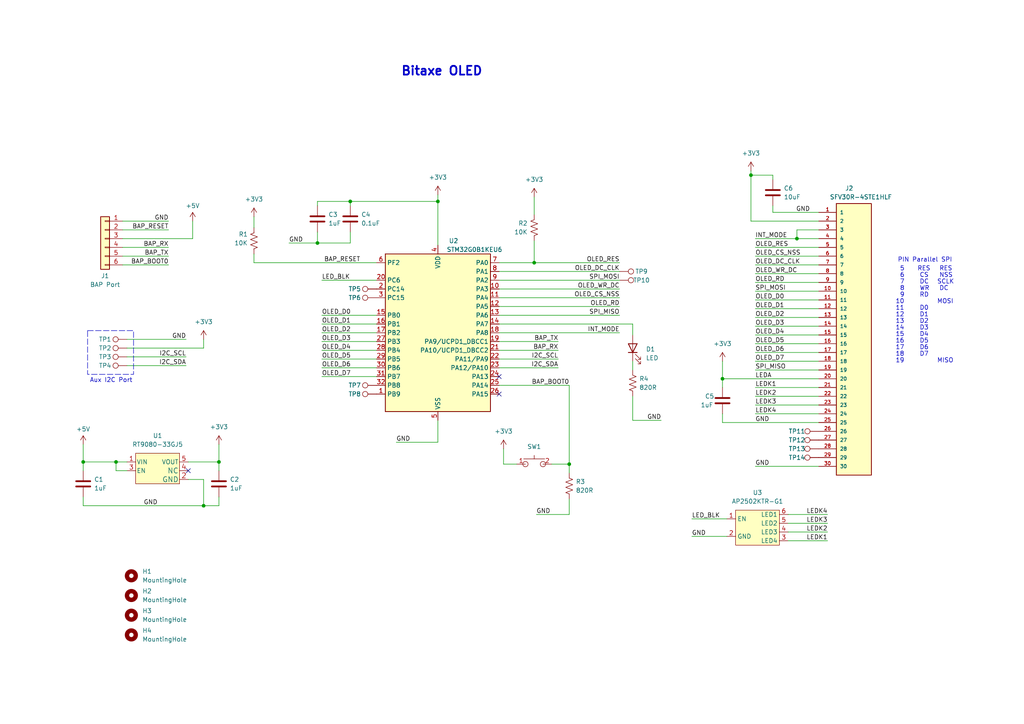
<source format=kicad_sch>
(kicad_sch (version 20230121) (generator eeschema)
  (paper "A4")
  (title_block (title "Bitaxe OLED") (date "2024-03-17") (rev "1"))
  (lib_symbols
    (symbol "Connector_Generic:Conn_01x06" (pin_names (offset 1.016) hide)
      (property "Reference" "J" (at 0 7.62 0))
      (property "Value" "Conn_01x06" (at 0 -10.16 0))
      (symbol "Conn_01x06_1_1"
        (rectangle (start -1.27 -7.493) (end 0 -7.747) (stroke (width 0.1524)))
        (rectangle (start -1.27 -4.953) (end 0 -5.207) (stroke (width 0.1524)))
        (rectangle (start -1.27 -2.413) (end 0 -2.667) (stroke (width 0.1524)))
        (rectangle (start -1.27 0.127) (end 0 -0.127) (stroke (width 0.1524)))
        (rectangle (start -1.27 2.667) (end 0 2.413) (stroke (width 0.1524)))
        (rectangle (start -1.27 5.207) (end 0 4.953) (stroke (width 0.1524)))
        (rectangle (start -1.27 6.35) (end 1.27 -8.89) (stroke (width 0.254)) (fill (type background)))
        (pin passive line (at -5.08 5.08 0) (length 3.81) (name "Pin_1") (number "1"))
        (pin passive line (at -5.08 2.54 0) (length 3.81) (name "Pin_2") (number "2"))
        (pin passive line (at -5.08 0 0) (length 3.81) (name "Pin_3") (number "3"))
        (pin passive line (at -5.08 -2.54 0) (length 3.81) (name "Pin_4") (number "4"))
        (pin passive line (at -5.08 -5.08 0) (length 3.81) (name "Pin_5") (number "5"))
        (pin passive line (at -5.08 -7.62 0) (length 3.81) (name "Pin_6") (number "6"))
      )
    )
    (symbol "Device:C" (pin_numbers hide) (pin_names (offset 0.254))
      (property "Reference" "C" (at 0.635 2.54 0))
      (property "Value" "C" (at 0.635 -2.54 0))
      (symbol "C_0_1"
        (polyline (pts (xy -2.032 -0.762) (xy 2.032 -0.762)) (stroke (width 0.508)))
        (polyline (pts (xy -2.032 0.762) (xy 2.032 0.762)) (stroke (width 0.508)))
      )
      (symbol "C_1_1"
        (pin passive line (at 0 3.81 270) (length 2.794) (name "~") (number "1"))
        (pin passive line (at 0 -3.81 90) (length 2.794) (name "~") (number "2"))
      )
    )
    (symbol "Device:LED" (pin_numbers hide) (pin_names (offset 1.016) hide)
      (property "Reference" "D" (at 0 2.54 0))
      (property "Value" "LED" (at 0 -2.54 0))
      (symbol "LED_0_1"
        (polyline (pts (xy -1.27 -1.27) (xy -1.27 1.27)) (stroke (width 0.254)))
        (polyline (pts (xy -1.27 0) (xy 1.27 0)))
        (polyline (pts (xy 1.27 -1.27) (xy 1.27 1.27) (xy -1.27 0) (xy 1.27 -1.27)) (stroke (width 0.254)))
        (polyline (pts (xy -3.048 -0.762) (xy -4.572 -2.286) (xy -3.81 -2.286) (xy -4.572 -2.286) (xy -4.572 -1.524)))
        (polyline (pts (xy -1.778 -0.762) (xy -3.302 -2.286) (xy -2.54 -2.286) (xy -3.302 -2.286) (xy -3.302 -1.524)))
      )
      (symbol "LED_1_1"
        (pin passive line (at -3.81 0 0) (length 2.54) (name "K") (number "1"))
        (pin passive line (at 3.81 0 180) (length 2.54) (name "A") (number "2"))
      )
    )
    (symbol "Device:R_US" (pin_numbers hide) (pin_names (offset 0))
      (property "Reference" "R" (at 2.54 0 90))
      (property "Value" "R_US" (at -2.54 0 90))
      (symbol "R_US_0_1"
        (polyline (pts (xy 0 -2.286) (xy 0 -2.54)))
        (polyline (pts (xy 0 2.286) (xy 0 2.54)))
        (polyline (pts (xy 0 -0.762) (xy 1.016 -1.143) (xy 0 -1.524) (xy -1.016 -1.905) (xy 0 -2.286)))
        (polyline (pts (xy 0 0.762) (xy 1.016 0.381) (xy 0 0) (xy -1.016 -0.381) (xy 0 -0.762)))
        (polyline (pts (xy 0 2.286) (xy 1.016 1.905) (xy 0 1.524) (xy -1.016 1.143) (xy 0 0.762)))
      )
      (symbol "R_US_1_1"
        (pin passive line (at 0 3.81 270) (length 1.27) (name "~") (number "1"))
        (pin passive line (at 0 -3.81 90) (length 1.27) (name "~") (number "2"))
      )
    )
    (symbol "MCU_ST_STM32G0:STM32G0B1KEUx"
      (property "Reference" "U" (at -15.24 24.13 0))
      (property "Value" "STM32G0B1KEUx" (at 2.54 24.13 0))
      (symbol "STM32G0B1KEUx_0_1"
        (rectangle (start -15.24 -22.86) (end 15.24 22.86) (stroke (width 0.254)) (fill (type background)))
      )
      (symbol "STM32G0B1KEUx_1_1"
        (pin bidirectional line (at -17.78 -17.78 0) (length 2.54) (name "PB9") (number "1"))
        (pin bidirectional line (at 17.78 12.7 180) (length 2.54) (name "PA3") (number "10"))
        (pin bidirectional line (at 17.78 10.16 180) (length 2.54) (name "PA4") (number "11"))
        (pin bidirectional line (at 17.78 7.62 180) (length 2.54) (name "PA5") (number "12"))
        (pin bidirectional line (at 17.78 5.08 180) (length 2.54) (name "PA6") (number "13"))
        (pin bidirectional line (at 17.78 2.54 180) (length 2.54) (name "PA7") (number "14"))
        (pin bidirectional line (at -17.78 5.08 0) (length 2.54) (name "PB0") (number "15"))
        (pin bidirectional line (at -17.78 2.54 0) (length 2.54) (name "PB1") (number "16"))
        (pin bidirectional line (at -17.78 0 0) (length 2.54) (name "PB2") (number "17"))
        (pin bidirectional line (at 17.78 0 180) (length 2.54) (name "PA8") (number "18"))
        (pin bidirectional line (at 17.78 -2.54 180) (length 2.54) (name "PA9/UCPD1_DBCC1") (number "19"))
        (pin bidirectional line (at -17.78 12.7 0) (length 2.54) (name "PC14") (number "2"))
        (pin bidirectional line (at -17.78 15.24 0) (length 2.54) (name "PC6") (number "20"))
        (pin bidirectional line (at 17.78 -5.08 180) (length 2.54) (name "PA10/UCPD1_DBCC2") (number "21"))
        (pin bidirectional line (at 17.78 -7.62 180) (length 2.54) (name "PA11/PA9") (number "22"))
        (pin bidirectional line (at 17.78 -10.16 180) (length 2.54) (name "PA12/PA10") (number "23"))
        (pin bidirectional line (at 17.78 -12.7 180) (length 2.54) (name "PA13") (number "24"))
        (pin bidirectional line (at 17.78 -15.24 180) (length 2.54) (name "PA14") (number "25"))
        (pin bidirectional line (at 17.78 -17.78 180) (length 2.54) (name "PA15") (number "26"))
        (pin bidirectional line (at -17.78 -2.54 0) (length 2.54) (name "PB3") (number "27"))
        (pin bidirectional line (at -17.78 -5.08 0) (length 2.54) (name "PB4") (number "28"))
        (pin bidirectional line (at -17.78 -7.62 0) (length 2.54) (name "PB5") (number "29"))
        (pin bidirectional line (at -17.78 10.16 0) (length 2.54) (name "PC15") (number "3"))
        (pin bidirectional line (at -17.78 -10.16 0) (length 2.54) (name "PB6") (number "30"))
        (pin bidirectional line (at -17.78 -12.7 0) (length 2.54) (name "PB7") (number "31"))
        (pin bidirectional line (at -17.78 -15.24 0) (length 2.54) (name "PB8") (number "32"))
        (pin passive line (at 0 -25.4 90) (length 2.54) hide (name "VSS") (number "33"))
        (pin power_in line (at 0 25.4 270) (length 2.54) (name "VDD") (number "4"))
        (pin power_in line (at 0 -25.4 90) (length 2.54) (name "VSS") (number "5"))
        (pin bidirectional line (at -17.78 20.32 0) (length 2.54) (name "PF2") (number "6"))
        (pin bidirectional line (at 17.78 20.32 180) (length 2.54) (name "PA0") (number "7"))
        (pin bidirectional line (at 17.78 17.78 180) (length 2.54) (name "PA1") (number "8"))
        (pin bidirectional line (at 17.78 15.24 180) (length 2.54) (name "PA2") (number "9"))
      )
    )
    (symbol "Mechanical:MountingHole" (pin_names (offset 1.016))
      (property "Reference" "H" (at 0 5.08 0))
      (property "Value" "MountingHole" (at 0 3.175 0))
      (symbol "MountingHole_0_1"
        (circle (center 0 0) (radius 1.27) (stroke (width 1.27)))
      )
    )
    (symbol "bitaxe:AP2502KTR-G1"
      (property "Reference" "U" (at -1.27 6.35 0))
      (property "Value" "AP2502KTR-G1" (at 0 -6.35 0))
      (symbol "AP2502KTR-G1_0_1"
        (rectangle (start -6.35 5.08) (end 6.35 -5.08) (stroke (width 0.1524)) (fill (type background)))
      )
      (symbol "AP2502KTR-G1_1_1"
        (pin input line (at -8.89 2.54 0) (length 2.54) (name "EN") (number "1"))
        (pin power_in line (at -8.89 -2.54 0) (length 2.54) (name "GND") (number "2"))
        (pin input line (at 8.89 -3.81 180) (length 2.54) (name "LED4") (number "3"))
        (pin input line (at 8.89 -1.27 180) (length 2.54) (name "LED3") (number "4"))
        (pin input line (at 8.89 1.27 180) (length 2.54) (name "LED2") (number "5"))
        (pin input line (at 8.89 3.81 180) (length 2.54) (name "LED1") (number "6"))
      )
    )
    (symbol "bitaxe:SFV30R-4STE1HLF" (pin_names (offset 1.016))
      (property "Reference" "J" (at -5.08 41.275 0))
      (property "Value" "SFV30R-4STE1HLF" (at -5.08 -40.64 0))
      (symbol "SFV30R-4STE1HLF_0_0"
        (rectangle (start -5.08 -38.1) (end 5.08 40.64) (stroke (width 0.254)) (fill (type background)))
        (pin passive line (at -10.16 38.1 0) (length 5.08) (name "1") (number "1"))
        (pin passive line (at -10.16 15.24 0) (length 5.08) (name "10") (number "10"))
        (pin passive line (at -10.16 12.7 0) (length 5.08) (name "11") (number "11"))
        (pin passive line (at -10.16 10.16 0) (length 5.08) (name "12") (number "12"))
        (pin passive line (at -10.16 7.62 0) (length 5.08) (name "13") (number "13"))
        (pin passive line (at -10.16 5.08 0) (length 5.08) (name "14") (number "14"))
        (pin passive line (at -10.16 2.54 0) (length 5.08) (name "15") (number "15"))
        (pin passive line (at -10.16 0 0) (length 5.08) (name "16") (number "16"))
        (pin passive line (at -10.16 -2.54 0) (length 5.08) (name "17") (number "17"))
        (pin passive line (at -10.16 -5.08 0) (length 5.08) (name "18") (number "18"))
        (pin passive line (at -10.16 -7.62 0) (length 5.08) (name "19") (number "19"))
        (pin passive line (at -10.16 35.56 0) (length 5.08) (name "2") (number "2"))
        (pin passive line (at -10.16 -10.16 0) (length 5.08) (name "20") (number "20"))
        (pin passive line (at -10.16 -12.7 0) (length 5.08) (name "21") (number "21"))
        (pin passive line (at -10.16 -15.24 0) (length 5.08) (name "22") (number "22"))
        (pin passive line (at -10.16 -17.78 0) (length 5.08) (name "23") (number "23"))
        (pin passive line (at -10.16 -20.32 0) (length 5.08) (name "24") (number "24"))
        (pin passive line (at -10.16 -22.86 0) (length 5.08) (name "25") (number "25"))
        (pin passive line (at -10.16 -25.4 0) (length 5.08) (name "26") (number "26"))
        (pin passive line (at -10.16 -27.94 0) (length 5.08) (name "27") (number "27"))
        (pin passive line (at -10.16 -30.48 0) (length 5.08) (name "28") (number "28"))
        (pin passive line (at -10.16 -33.02 0) (length 5.08) (name "29") (number "29"))
        (pin passive line (at -10.16 33.02 0) (length 5.08) (name "3") (number "3"))
        (pin passive line (at -10.16 -35.56 0) (length 5.08) (name "30") (number "30"))
        (pin passive line (at -10.16 30.48 0) (length 5.08) (name "4") (number "4"))
        (pin passive line (at -10.16 27.94 0) (length 5.08) (name "5") (number "5"))
        (pin passive line (at -10.16 25.4 0) (length 5.08) (name "6") (number "6"))
        (pin passive line (at -10.16 22.86 0) (length 5.08) (name "7") (number "7"))
        (pin passive line (at -10.16 20.32 0) (length 5.08) (name "8") (number "8"))
        (pin passive line (at -10.16 17.78 0) (length 5.08) (name "9") (number "9"))
      )
    )
    (symbol "bitaxe:SWITCH-SPST"
      (property "Reference" "SW1" (at 0 3.81 0))
      (symbol "SWITCH-SPST_0_1"
        (circle (center -2.54 0) (radius 0.76))
        (polyline (pts (xy -3.05 1.52) (xy 3.05 1.52)))
        (polyline (pts (xy 0 1.52) (xy 0 2.54)))
        (circle (center 2.54 0) (radius 0.76))
        (pin unspecified line (at -5.08 0 0) (length 2.54) (name "~") (number "1"))
        (pin unspecified line (at 5.08 0 180) (length 2.54) (name "~") (number "2"))
      )
    )
    (symbol "bitaxeHex-Library:RT9080-33GJ5" (pin_names (offset 0.254))
      (property "Reference" "U2" (at 0 8.382 0))
      (property "Value" "RT9080-33GJ5" (at 0 5.842 0))
      (symbol "RT9080-33GJ5_1_1"
        (rectangle (start -6.35 3.81) (end 6.35 -5.08) (stroke (width 0.1524)) (fill (type background)))
        (pin power_in line (at -8.89 1.27 0) (length 2.54) (name "VIN") (number "1"))
        (pin power_in line (at 8.89 -3.81 180) (length 2.54) (name "GND") (number "2"))
        (pin input line (at -8.89 -1.27 0) (length 2.54) (name "EN") (number "3"))
        (pin power_in line (at 8.89 -1.27 180) (length 2.54) (name "NC") (number "4"))
        (pin output line (at 8.89 1.27 180) (length 2.54) (name "VOUT") (number "5"))
      )
    )
    (symbol "bitaxeHex-Library:TestPoint" (pin_numbers hide) (pin_names (offset 0.762) hide)
      (property "Reference" "TP" (at 0 6.858 0))
      (property "Value" "TestPoint" (at 0 5.08 0))
      (symbol "TestPoint_0_1"
        (circle (center 0 3.302) (radius 0.762))
      )
      (symbol "TestPoint_1_1"
        (pin passive line (at 0 0 90) (length 2.54) (name "1") (number "1"))
      )
    )
    (symbol "power:+3V3" (power) (pin_names (offset 0))
      (property "Value" "+3V3" (at 0 3.556 0))
      (symbol "+3V3_0_1"
        (polyline (pts (xy -0.762 1.27) (xy 0 2.54)))
        (polyline (pts (xy 0 0) (xy 0 2.54)))
        (polyline (pts (xy 0 2.54) (xy 0.762 1.27)))
      )
      (symbol "+3V3_1_1"
        (pin power_in line (at 0 0 90) (length 0) hide (name "+3V3") (number "1"))
      )
    )
    (symbol "power:+5V" (power) (pin_names (offset 0))
      (property "Value" "+5V" (at 0 3.556 0))
      (symbol "+5V_0_1"
        (polyline (pts (xy -0.762 1.27) (xy 0 2.54)))
        (polyline (pts (xy 0 0) (xy 0 2.54)))
        (polyline (pts (xy 0 2.54) (xy 0.762 1.27)))
      )
      (symbol "+5V_1_1"
        (pin power_in line (at 0 0 90) (length 0) hide (name "+5V") (number "1"))
      )
    )
  )
  (junction (at 154.94 76.2))
  (junction (at 217.805 50.8))
  (junction (at 24.13 133.985))
  (junction (at 92.075 70.485))
  (junction (at 59.055 146.685))
  (junction (at 165.1 134.62))
  (junction (at 127 58.42))
  (junction (at 231.14 69.215))
  (junction (at 33.655 133.985))
  (junction (at 209.55 109.855))
  (junction (at 63.5 133.985))
  (junction (at 101.6 58.42))
  (no_connect (at 144.78 114.3))
  (no_connect (at 54.61 136.525))
  (no_connect (at 144.78 109.22))
  (wire (pts (xy 219.075 79.375) (xy 237.49 79.375)))
  (wire (pts (xy 165.1 144.78) (xy 165.1 149.225)))
  (wire (pts (xy 179.705 81.28) (xy 144.78 81.28)))
  (wire (pts (xy 24.13 144.145) (xy 24.13 146.685)))
  (wire (pts (xy 93.345 81.28) (xy 109.22 81.28)))
  (wire (pts (xy 24.13 133.985) (xy 24.13 136.525)))
  (wire (pts (xy 219.075 84.455) (xy 237.49 84.455)))
  (wire (pts (xy 101.6 58.42) (xy 101.6 59.69)))
  (wire (pts (xy 127 121.92) (xy 127 128.27)))
  (wire (pts (xy 35.56 64.135) (xy 48.895 64.135)))
  (wire (pts (xy 35.56 76.835) (xy 48.895 76.835)))
  (wire (pts (xy 144.78 104.14) (xy 161.925 104.14)))
  (wire (pts (xy 36.83 106.045) (xy 53.975 106.045)))
  (wire (pts (xy 73.66 62.865) (xy 73.66 66.04)))
  (wire (pts (xy 228.6 154.305) (xy 240.03 154.305)))
  (wire (pts (xy 144.78 88.9) (xy 179.705 88.9)))
  (wire (pts (xy 144.78 83.82) (xy 179.705 83.82)))
  (wire (pts (xy 73.66 76.2) (xy 73.66 73.66)))
  (wire (pts (xy 160.02 134.62) (xy 165.1 134.62)))
  (wire (pts (xy 219.075 114.935) (xy 237.49 114.935)))
  (wire (pts (xy 237.49 61.595) (xy 224.155 61.595)))
  (wire (pts (xy 93.345 109.22) (xy 109.22 109.22)))
  (wire (pts (xy 93.345 91.44) (xy 109.22 91.44)))
  (wire (pts (xy 36.83 98.425) (xy 53.975 98.425)))
  (wire (pts (xy 73.66 76.2) (xy 109.22 76.2)))
  (wire (pts (xy 224.155 61.595) (xy 224.155 59.69)))
  (wire (pts (xy 144.78 91.44) (xy 179.705 91.44)))
  (wire (pts (xy 219.075 99.695) (xy 237.49 99.695)))
  (wire (pts (xy 219.075 69.215) (xy 231.14 69.215)))
  (wire (pts (xy 24.13 146.685) (xy 59.055 146.685)))
  (wire (pts (xy 219.075 92.075) (xy 237.49 92.075)))
  (wire (pts (xy 92.075 58.42) (xy 101.6 58.42)))
  (wire (pts (xy 144.78 86.36) (xy 179.705 86.36)))
  (wire (pts (xy 219.075 74.295) (xy 237.49 74.295)))
  (wire (pts (xy 224.155 50.8) (xy 217.805 50.8)))
  (wire (pts (xy 127 128.27) (xy 114.935 128.27)))
  (wire (pts (xy 183.515 97.155) (xy 183.515 93.98)))
  (wire (pts (xy 149.86 134.62) (xy 146.05 134.62)))
  (wire (pts (xy 154.94 57.15) (xy 154.94 62.23)))
  (wire (pts (xy 228.6 151.765) (xy 240.03 151.765)))
  (wire (pts (xy 237.49 64.135) (xy 217.805 64.135)))
  (wire (pts (xy 183.515 121.92) (xy 191.77 121.92)))
  (wire (pts (xy 93.345 106.68) (xy 109.22 106.68)))
  (wire (pts (xy 59.055 100.965) (xy 59.055 98.425)))
  (wire (pts (xy 35.56 66.675) (xy 48.895 66.675)))
  (wire (pts (xy 209.55 122.555) (xy 237.49 122.555)))
  (wire (pts (xy 217.805 64.135) (xy 217.805 50.8)))
  (wire (pts (xy 183.515 104.775) (xy 183.515 107.315)))
  (wire (pts (xy 33.655 133.985) (xy 24.13 133.985)))
  (wire (pts (xy 219.075 76.835) (xy 237.49 76.835)))
  (wire (pts (xy 209.55 109.855) (xy 237.49 109.855)))
  (wire (pts (xy 165.1 111.76) (xy 165.1 134.62)))
  (wire (pts (xy 93.345 93.98) (xy 109.22 93.98)))
  (wire (pts (xy 155.575 149.225) (xy 165.1 149.225)))
  (wire (pts (xy 63.5 133.985) (xy 63.5 128.905)))
  (wire (pts (xy 36.83 103.505) (xy 53.975 103.505)))
  (wire (pts (xy 36.83 100.965) (xy 59.055 100.965)))
  (wire (pts (xy 219.075 89.535) (xy 237.49 89.535)))
  (wire (pts (xy 146.05 130.175) (xy 146.05 134.62)))
  (wire (pts (xy 144.78 96.52) (xy 179.705 96.52)))
  (wire (pts (xy 228.6 156.845) (xy 240.03 156.845)))
  (wire (pts (xy 231.14 69.215) (xy 237.49 69.215)))
  (wire (pts (xy 219.075 112.395) (xy 237.49 112.395)))
  (wire (pts (xy 154.94 69.85) (xy 154.94 76.2)))
  (wire (pts (xy 24.13 133.985) (xy 24.13 128.905)))
  (wire (pts (xy 35.56 69.215) (xy 55.88 69.215)))
  (wire (pts (xy 200.66 155.575) (xy 210.82 155.575)))
  (wire (pts (xy 36.83 133.985) (xy 33.655 133.985)))
  (wire (pts (xy 144.78 101.6) (xy 161.925 101.6)))
  (wire (pts (xy 93.345 99.06) (xy 109.22 99.06)))
  (wire (pts (xy 93.345 104.14) (xy 109.22 104.14)))
  (wire (pts (xy 237.49 66.675) (xy 231.14 66.675)))
  (wire (pts (xy 127 56.515) (xy 127 58.42)))
  (wire (pts (xy 165.1 134.62) (xy 165.1 137.16)))
  (wire (pts (xy 179.705 78.74) (xy 144.78 78.74)))
  (wire (pts (xy 154.94 76.2) (xy 179.705 76.2)))
  (wire (pts (xy 231.14 66.675) (xy 231.14 69.215)))
  (wire (pts (xy 93.345 101.6) (xy 109.22 101.6)))
  (wire (pts (xy 63.5 144.145) (xy 63.5 146.685)))
  (wire (pts (xy 219.075 107.315) (xy 237.49 107.315)))
  (wire (pts (xy 54.61 133.985) (xy 63.5 133.985)))
  (wire (pts (xy 219.075 117.475) (xy 237.49 117.475)))
  (wire (pts (xy 35.56 71.755) (xy 48.895 71.755)))
  (wire (pts (xy 55.88 64.135) (xy 55.88 69.215)))
  (wire (pts (xy 35.56 74.295) (xy 48.895 74.295)))
  (wire (pts (xy 59.055 146.685) (xy 59.055 139.065)))
  (wire (pts (xy 36.83 136.525) (xy 33.655 136.525)))
  (wire (pts (xy 219.075 135.255) (xy 237.49 135.255)))
  (wire (pts (xy 101.6 58.42) (xy 127 58.42)))
  (wire (pts (xy 217.805 50.8) (xy 217.805 49.53)))
  (wire (pts (xy 219.075 94.615) (xy 237.49 94.615)))
  (wire (pts (xy 228.6 149.225) (xy 240.03 149.225)))
  (wire (pts (xy 144.78 106.68) (xy 161.925 106.68)))
  (wire (pts (xy 59.055 139.065) (xy 54.61 139.065)))
  (wire (pts (xy 93.345 96.52) (xy 109.22 96.52)))
  (wire (pts (xy 200.66 150.495) (xy 210.82 150.495)))
  (wire (pts (xy 63.5 146.685) (xy 59.055 146.685)))
  (wire (pts (xy 144.78 76.2) (xy 154.94 76.2)))
  (wire (pts (xy 92.075 70.485) (xy 101.6 70.485)))
  (wire (pts (xy 209.55 122.555) (xy 209.55 120.015)))
  (wire (pts (xy 92.075 59.69) (xy 92.075 58.42)))
  (wire (pts (xy 219.075 71.755) (xy 237.49 71.755)))
  (wire (pts (xy 144.78 111.76) (xy 165.1 111.76)))
  (wire (pts (xy 83.82 70.485) (xy 92.075 70.485)))
  (wire (pts (xy 92.075 67.31) (xy 92.075 70.485)))
  (wire (pts (xy 219.075 86.995) (xy 237.49 86.995)))
  (wire (pts (xy 144.78 93.98) (xy 183.515 93.98)))
  (wire (pts (xy 127 58.42) (xy 127 71.12)))
  (wire (pts (xy 224.155 52.07) (xy 224.155 50.8)))
  (wire (pts (xy 219.075 97.155) (xy 237.49 97.155)))
  (wire (pts (xy 33.655 136.525) (xy 33.655 133.985)))
  (wire (pts (xy 209.55 109.855) (xy 209.55 112.395)))
  (wire (pts (xy 219.075 104.775) (xy 237.49 104.775)))
  (wire (pts (xy 183.515 114.935) (xy 183.515 121.92)))
  (wire (pts (xy 209.55 109.855) (xy 209.55 104.775)))
  (wire (pts (xy 144.78 99.06) (xy 161.925 99.06)))
  (wire (pts (xy 219.075 120.015) (xy 237.49 120.015)))
  (wire (pts (xy 101.6 67.31) (xy 101.6 70.485)))
  (wire (pts (xy 63.5 133.985) (xy 63.5 136.525)))
  (wire (pts (xy 219.075 102.235) (xy 237.49 102.235)))
  (wire (pts (xy 219.075 81.915) (xy 237.49 81.915)))
  (rectangle (start 25.4 95.885) (end 38.735 108.585) (stroke (width 0) (type dash)))
  (text "DC" (at 272.415 84.455 0) (effects (font (size 1.27 1.27)) (justify left bottom)))
  (text "D1" (at 266.7 92.075 0) (effects (font (size 1.27 1.27)) (justify left bottom)))
  (text "8" (at 260.985 84.455 0) (effects (font (size 1.27 1.27)) (justify left bottom)))
  (text "14" (at 259.715 95.885 0) (effects (font (size 1.27 1.27)) (justify left bottom)))
  (text "19" (at 259.715 105.41 0) (effects (font (size 1.27 1.27)) (justify left bottom)))
  (text "6" (at 260.985 80.645 0) (effects (font (size 1.27 1.27)) (justify left bottom)))
  (text "9" (at 260.985 86.36 0) (effects (font (size 1.27 1.27)) (justify left bottom)))
  (text "SCLK" (at 271.78 82.55 0) (effects (font (size 1.27 1.27)) (justify left bottom)))
  (text "7" (at 260.985 82.55 0) (effects (font (size 1.27 1.27)) (justify left bottom)))
  (text "MOSI" (at 271.78 88.265 0) (effects (font (size 1.27 1.27)) (justify left bottom)))
  (text "5" (at 260.985 78.74 0) (effects (font (size 1.27 1.27)) (justify left bottom)))
  (text "12" (at 259.715 92.075 0) (effects (font (size 1.27 1.27)) (justify left bottom)))
  (text "D0" (at 266.7 90.17 0) (effects (font (size 1.27 1.27)) (justify left bottom)))
  (text "RES" (at 272.415 78.74 0) (effects (font (size 1.27 1.27)) (justify left bottom)))
  (text "16" (at 259.715 99.695 0) (effects (font (size 1.27 1.27)) (justify left bottom)))
  (text "D3" (at 266.7 95.885 0) (effects (font (size 1.27 1.27)) (justify left bottom)))
  (text "MISO" (at 271.78 105.41 0) (effects (font (size 1.27 1.27)) (justify left bottom)))
  (text "RES" (at 266.065 78.74 0) (effects (font (size 1.27 1.27)) (justify left bottom)))
  (text "17" (at 259.715 101.6 0) (effects (font (size 1.27 1.27)) (justify left bottom)))
  (text "11" (at 259.715 90.17 0) (effects (font (size 1.27 1.27)) (justify left bottom)))
  (text "D7" (at 266.7 103.505 0) (effects (font (size 1.27 1.27)) (justify left bottom)))
  (text "13" (at 259.715 93.98 0) (effects (font (size 1.27 1.27)) (justify left bottom)))
  (text "Aux I2C Port" (at 26.035 111.125 0) (effects (font (size 1.27 1.27)) (justify left bottom)))
  (text "PIN Parallel SPI" (at 260.35 76.2 0) (effects (font (size 1.27 1.27)) (justify left bottom)))
  (text "18" (at 259.715 103.505 0) (effects (font (size 1.27 1.27)) (justify left bottom)))
  (text "NSS" (at 272.415 80.645 0) (effects (font (size 1.27 1.27)) (justify left bottom)))
  (text "10" (at 259.715 88.265 0) (effects (font (size 1.27 1.27)) (justify left bottom)))
  (text "Bitaxe OLED" (at 116.205 22.225 0) (effects (font (size 2.54 2.54) (thickness 0.508) bold) (justify left bottom)))
  (text "DC" (at 266.7 82.55 0) (effects (font (size 1.27 1.27)) (justify left bottom)))
  (text "RD" (at 266.7 86.36 0) (effects (font (size 1.27 1.27)) (justify left bottom)))
  (text "D2" (at 266.7 93.98 0) (effects (font (size 1.27 1.27)) (justify left bottom)))
  (text "D4" (at 266.7 97.79 0) (effects (font (size 1.27 1.27)) (justify left bottom)))
  (text "D5" (at 266.7 99.695 0) (effects (font (size 1.27 1.27)) (justify left bottom)))
  (text "CS" (at 266.7 80.645 0) (effects (font (size 1.27 1.27)) (justify left bottom)))
  (text "WR" (at 266.7 84.455 0) (effects (font (size 1.27 1.27)) (justify left bottom)))
  (text "D6" (at 266.7 101.6 0) (effects (font (size 1.27 1.27)) (justify left bottom)))
  (text "15" (at 259.715 97.79 0) (effects (font (size 1.27 1.27)) (justify left bottom)))
  (label "OLED_D5" (at 93.345 104.14 0))
  (label "LEDK3" (at 240.03 151.765 180))
  (label "GND" (at 191.77 121.92 180))
  (label "I2C_SDA" (at 53.975 106.045 180))
  (label "GND" (at 114.935 128.27 0))
  (label "OLED_D7" (at 219.075 104.775 0))
  (label "OLED_D3" (at 93.345 99.06 0))
  (label "OLED_D7" (at 93.345 109.22 0))
  (label "I2C_SCL" (at 161.925 104.14 180))
  (label "BAP_BOOT0" (at 48.895 76.835 180))
  (label "LEDK2" (at 240.03 154.305 180))
  (label "OLED_CS_NSS" (at 179.705 86.36 180))
  (label "LEDK1" (at 240.03 156.845 180))
  (label "SPI_MOSI" (at 179.705 81.28 180))
  (label "BAP_RX" (at 161.925 101.6 180))
  (label "INT_MODE" (at 219.075 69.215 0))
  (label "GND" (at 48.895 64.135 180))
  (label "OLED_D4" (at 93.345 101.6 0))
  (label "SPI_MISO" (at 179.705 91.44 180))
  (label "OLED_RES" (at 219.075 71.755 0))
  (label "OLED_D0" (at 219.075 86.995 0))
  (label "OLED_RES" (at 179.705 76.2 180))
  (label "BAP_TX" (at 161.925 99.06 180))
  (label "BAP_RESET" (at 48.895 66.675 180))
  (label "LED_BLK" (at 200.66 150.495 0))
  (label "BAP_TX" (at 48.895 74.295 180))
  (label "LED_BLK" (at 93.345 81.28 0))
  (label "OLED_D2" (at 93.345 96.52 0))
  (label "OLED_D2" (at 219.075 92.075 0))
  (label "LEDK2" (at 219.075 114.935 0))
  (label "GND" (at 219.075 122.555 0))
  (label "INT_MODE" (at 179.705 96.52 180))
  (label "OLED_RD" (at 179.705 88.9 180))
  (label "OLED_WR_DC" (at 179.705 83.82 180))
  (label "OLED_DC_CLK" (at 219.075 76.835 0))
  (label "OLED_D1" (at 93.345 93.98 0))
  (label "SPI_MOSI" (at 219.075 84.455 0))
  (label "BAP_RX" (at 48.895 71.755 180))
  (label "GND" (at 155.575 149.225 0))
  (label "GND" (at 200.66 155.575 0))
  (label "OLED_RD" (at 219.075 81.915 0))
  (label "GND" (at 219.075 135.255 0))
  (label "OLED_CS_NSS" (at 219.075 74.295 0))
  (label "BAP_RESET" (at 93.98 76.2 0))
  (label "I2C_SCL" (at 53.975 103.505 180))
  (label "OLED_D3" (at 219.075 94.615 0))
  (label "OLED_D5" (at 219.075 99.695 0))
  (label "OLED_D4" (at 219.075 97.155 0))
  (label "LEDK4" (at 219.075 120.015 0))
  (label "LEDK3" (at 219.075 117.475 0))
  (label "OLED_D6" (at 219.075 102.235 0))
  (label "LEDA" (at 219.075 109.855 0))
  (label "GND" (at 45.72 146.685 180))
  (label "OLED_D1" (at 219.075 89.535 0))
  (label "BAP_BOOT0" (at 165.1 111.76 180))
  (label "LEDK4" (at 240.03 149.225 180))
  (label "OLED_WR_DC" (at 219.075 79.375 0))
  (label "OLED_D6" (at 93.345 106.68 0))
  (label "GND" (at 83.82 70.485 0))
  (label "LEDK1" (at 219.075 112.395 0))
  (label "GND" (at 234.95 61.595 180))
  (label "I2C_SDA" (at 161.925 106.68 180))
  (label "GND" (at 53.975 98.425 180))
  (label "OLED_D0" (at 93.345 91.44 0))
  (label "SPI_MISO" (at 219.075 107.315 0))
  (label "OLED_DC_CLK" (at 179.705 78.74 180))
  (symbol (lib_id "bitaxeHex-Library:TestPoint") (at 237.49 125.095 90) (unit 1)
    (property "Reference" "TP11" (at 231.14 125.095 90))
    (property "Value" "TestPoint" (effects hide))
    (property "Footprint" "TestPoint:TestPoint_Pad_D1.0mm" (effects hide))
  )
  (symbol (lib_id "bitaxeHex-Library:TestPoint") (at 36.83 106.045 90) (unit 1)
    (property "Reference" "TP4" (at 30.48 106.045 90))
    (property "Value" "TestPoint" (effects hide))
    (property "Footprint" "TestPoint:TestPoint_Pad_D1.5mm" (effects hide))
  )
  (symbol (lib_id "MCU_ST_STM32G0:STM32G0B1KEUx") (at 127 96.52 0) (unit 1)
    (property "Reference" "U2" (at 130.175 69.85 0) (effects (justify left)))
    (property "Value" "STM32G0B1KEU6" (at 129.54 72.39 0) (effects (justify left)))
    (property "Footprint" "Package_DFN_QFN:QFN-32-1EP_5x5mm_P0.5mm_EP3.45x3.45mm" (effects hide))
    (property "Datasheet" "https://www.st.com/resource/en/datasheet/stm32g0b1ke.pdf" (effects hide))
  )
  (symbol (lib_id "Device:C") (at 63.5 140.335 0) (unit 1)
    (property "Reference" "C2" (at 66.675 139.065 0) (effects (justify left)))
    (property "Value" "1uF" (at 66.675 141.605 0) (effects (justify left)))
    (property "Footprint" "Capacitor_SMD:C_0402_1005Metric" (effects hide))
  )
  (symbol (lib_id "power:+3V3") (at 127 56.515 0) (unit 1)
    (property "Reference" "#PWR06" (effects hide))
    (property "Value" "+3V3" (at 127 51.435 0))
  )
  (symbol (lib_id "bitaxeHex-Library:TestPoint") (at 237.49 127.635 90) (unit 1)
    (property "Reference" "TP12" (at 231.14 127.635 90))
    (property "Value" "TestPoint" (effects hide))
    (property "Footprint" "TestPoint:TestPoint_Pad_D1.0mm" (effects hide))
  )
  (symbol (lib_id "power:+3V3") (at 154.94 57.15 0) (unit 1)
    (property "Reference" "#PWR08" (effects hide))
    (property "Value" "+3V3" (at 154.94 52.07 0))
  )
  (symbol (lib_id "power:+3V3") (at 209.55 104.775 0) (unit 1)
    (property "Reference" "#PWR09" (effects hide))
    (property "Value" "+3V3" (at 209.55 99.695 0))
  )
  (symbol (lib_id "Device:R_US") (at 154.94 66.04 0) (mirror x) (unit 1)
    (property "Reference" "R2" (at 153.035 64.77 0) (effects (justify right)))
    (property "Value" "10K" (at 153.035 67.31 0) (effects (justify right)))
    (property "Footprint" "Resistor_SMD:R_0402_1005Metric" (effects hide))
  )
  (symbol (lib_id "bitaxe:AP2502KTR-G1") (at 219.71 153.035 0) (unit 1)
    (property "Reference" "U3" (at 219.71 142.875 0))
    (property "Value" "AP2502KTR-G1" (at 219.71 145.415 0))
    (property "Footprint" "Package_TO_SOT_SMD:SOT-23-6" (effects hide))
    (property "Datasheet" "https://assets.cree-led.com/a/ds/h/HB-CLX6E-FKC.pdf" (effects hide))
    (property "DK" "CLX6E-FKC-CH1M1D1BB7C3D3CT-ND" (effects hide))
    (property "PARTNO" "CLX6E-FKC-CH1M1D1BB7C3D3" (effects hide))
  )
  (symbol (lib_id "bitaxeHex-Library:TestPoint") (at 109.22 111.76 90) (unit 1)
    (property "Reference" "TP7" (at 102.87 111.76 90))
    (property "Value" "TestPoint" (effects hide))
    (property "Footprint" "TestPoint:TestPoint_Pad_D1.0mm" (effects hide))
  )
  (symbol (lib_id "Mechanical:MountingHole") (at 38.1 184.15 0) (unit 1)
    (property "Reference" "H4" (at 41.275 182.88 0) (effects (justify left)))
    (property "Value" "MountingHole" (at 41.275 185.42 0) (effects (justify left)))
    (property "Footprint" "MountingHole:MountingHole_3.2mm_M3_Pad_Via" (effects hide))
  )
  (symbol (lib_id "Connector_Generic:Conn_01x06") (at 30.48 69.215 0) (mirror y) (unit 1)
    (property "Reference" "J1" (at 30.48 80.01 0))
    (property "Value" "BAP Port" (at 30.48 82.55 0))
    (property "Footprint" "Connector_PinHeader_2.54mm:PinHeader_1x06_P2.54mm_Vertical" (effects hide))
  )
  (symbol (lib_id "bitaxeHex-Library:TestPoint") (at 179.705 78.74 270) (unit 1)
    (property "Reference" "TP9" (at 186.055 78.74 90))
    (property "Value" "TestPoint" (effects hide))
    (property "Footprint" "TestPoint:TestPoint_Pad_D1.0mm" (effects hide))
  )
  (symbol (lib_id "Device:C") (at 209.55 116.205 0) (unit 1)
    (property "Reference" "C5" (at 204.47 114.935 0) (effects (justify left)))
    (property "Value" "1uF" (at 203.2 117.475 0) (effects (justify left)))
    (property "Footprint" "Capacitor_SMD:C_0402_1005Metric" (effects hide))
  )
  (symbol (lib_id "bitaxe:SFV30R-4STE1HLF") (at 247.65 99.695 0) (unit 1)
    (property "Reference" "J2" (at 245.11 54.61 0) (effects (justify left)))
    (property "Value" "SFV30R-4STE1HLF" (at 240.665 57.15 0) (effects (justify left)))
    (property "Footprint" "bitaxe:AMPHENOL_SFV30R-4STE1HLF" (effects hide))
    (property "Datasheet" "https://cdn.amphenol-cs.com/media/wysiwyg/files/documentation/gs-12-645.pdf" (effects hide))
    (property "MANUFACTURER" "Amphenol" (effects hide))
    (property "PARTNO" "SFV30R-4STE1HLF" (effects hide))
    (property "DK" "609-SFV30R-4STE1HLFCT-ND" (effects hide))
    (property "JLCPCB" "KH-FG0.5-H2.0-30PIN" (effects hide))
  )
  (symbol (lib_id "power:+3V3") (at 146.05 130.175 0) (unit 1)
    (property "Reference" "#PWR07" (effects hide))
    (property "Value" "+3V3" (at 146.05 125.095 0))
  )
  (symbol (lib_id "bitaxeHex-Library:TestPoint") (at 179.705 81.28 270) (unit 1)
    (property "Reference" "TP10" (at 186.055 81.28 90))
    (property "Value" "TestPoint" (effects hide))
    (property "Footprint" "TestPoint:TestPoint_Pad_D1.0mm" (effects hide))
  )
  (symbol (lib_id "bitaxeHex-Library:TestPoint") (at 237.49 132.715 90) (unit 1)
    (property "Reference" "TP14" (at 231.14 132.715 90))
    (property "Value" "TestPoint" (effects hide))
    (property "Footprint" "TestPoint:TestPoint_Pad_D1.0mm" (effects hide))
  )
  (symbol (lib_id "bitaxeHex-Library:TestPoint") (at 109.22 86.36 90) (unit 1)
    (property "Reference" "TP6" (at 102.87 86.36 90))
    (property "Value" "TestPoint" (effects hide))
    (property "Footprint" "TestPoint:TestPoint_Pad_D1.0mm" (effects hide))
  )
  (symbol (lib_id "bitaxeHex-Library:TestPoint") (at 36.83 100.965 90) (unit 1)
    (property "Reference" "TP2" (at 30.48 100.965 90))
    (property "Value" "TestPoint" (effects hide))
    (property "Footprint" "TestPoint:TestPoint_Pad_D1.5mm" (effects hide))
  )
  (symbol (lib_id "bitaxeHex-Library:TestPoint") (at 36.83 98.425 90) (unit 1)
    (property "Reference" "TP1" (at 30.48 98.425 90))
    (property "Value" "TestPoint" (effects hide))
    (property "Footprint" "TestPoint:TestPoint_Pad_D1.5mm" (effects hide))
  )
  (symbol (lib_id "Device:LED") (at 183.515 100.965 90) (unit 1)
    (property "Reference" "D1" (at 187.325 101.2825 90) (effects (justify right)))
    (property "Value" "LED" (at 187.325 103.8225 90) (effects (justify right)))
    (property "Footprint" "LED_SMD:LED_0603_1608Metric" (effects hide))
  )
  (symbol (lib_id "power:+3V3") (at 73.66 62.865 0) (unit 1)
    (property "Reference" "#PWR05" (effects hide))
    (property "Value" "+3V3" (at 73.66 57.785 0))
  )
  (symbol (lib_id "Device:R_US") (at 183.515 111.125 180) (unit 1)
    (property "Reference" "R4" (at 185.42 109.855 0) (effects (justify right)))
    (property "Value" "820R" (at 185.42 112.395 0) (effects (justify right)))
    (property "Footprint" "Resistor_SMD:R_0402_1005Metric" (effects hide))
  )
  (symbol (lib_id "Mechanical:MountingHole") (at 38.1 167.005 0) (unit 1)
    (property "Reference" "H1" (at 41.275 165.735 0) (effects (justify left)))
    (property "Value" "MountingHole" (at 41.275 168.275 0) (effects (justify left)))
    (property "Footprint" "MountingHole:MountingHole_3.2mm_M3_Pad_Via" (effects hide))
  )
  (symbol (lib_id "Mechanical:MountingHole") (at 38.1 178.435 0) (unit 1)
    (property "Reference" "H3" (at 41.275 177.165 0) (effects (justify left)))
    (property "Value" "MountingHole" (at 41.275 179.705 0) (effects (justify left)))
    (property "Footprint" "MountingHole:MountingHole_3.2mm_M3_Pad_Via" (effects hide))
  )
  (symbol (lib_id "power:+5V") (at 24.13 128.905 0) (unit 1)
    (property "Reference" "#PWR01" (effects hide))
    (property "Value" "+5V" (at 24.13 124.46 0))
  )
  (symbol (lib_id "bitaxeHex-Library:TestPoint") (at 237.49 130.175 90) (unit 1)
    (property "Reference" "TP13" (at 231.14 130.175 90))
    (property "Value" "TestPoint" (effects hide))
    (property "Footprint" "TestPoint:TestPoint_Pad_D1.0mm" (effects hide))
  )
  (symbol (lib_id "Device:R_US") (at 73.66 69.85 0) (mirror y) (unit 1)
    (property "Reference" "R1" (at 69.215 67.945 0) (effects (justify right)))
    (property "Value" "10K" (at 67.945 70.485 0) (effects (justify right)))
    (property "Footprint" "Resistor_SMD:R_0402_1005Metric" (effects hide))
  )
  (symbol (lib_id "power:+3V3") (at 63.5 128.905 0) (unit 1)
    (property "Reference" "#PWR04" (effects hide))
    (property "Value" "+3V3" (at 63.5 123.825 0))
  )
  (symbol (lib_id "bitaxe:SWITCH-SPST") (at 154.94 134.62 0) (unit 1)
    (property "Reference" "SW1" (at 154.94 129.54 0))
    (property "Value" "SWITCH-SPST" (effects hide))
    (property "Footprint" "bitaxe:switch-TL3301" (effects hide))
    (property "Datasheet" "https://api.pim.na.industrial.panasonic.com/file_stream/main/fileversion/245500" (effects hide))
    (property "PARTNO" "EVQ-9P701P" (effects hide))
    (property "DK" "P19095CT-ND" (effects hide))
  )
  (symbol (lib_id "bitaxeHex-Library:RT9080-33GJ5") (at 45.72 135.255 0) (unit 1)
    (property "Reference" "U1" (at 45.72 126.365 0))
    (property "Value" "RT9080-33GJ5" (at 45.72 128.905 0))
    (property "Footprint" "bitaxe:RT9080-33GJ5" (effects hide))
    (property "Datasheet" "https://www.richtek.com/assets/product_file/RT9080/DS9080-05.pdf" (effects hide))
    (property "DK" "1028-1509-1-ND" (effects hide))
    (property "PARTNO" "RT9080-33GJ5" (effects hide))
  )
  (symbol (lib_id "Device:R_US") (at 165.1 140.97 180) (unit 1)
    (property "Reference" "R3" (at 167.005 139.7 0) (effects (justify right)))
    (property "Value" "820R" (at 167.005 142.24 0) (effects (justify right)))
    (property "Footprint" "Resistor_SMD:R_0402_1005Metric" (effects hide))
  )
  (symbol (lib_id "power:+3V3") (at 217.805 49.53 0) (unit 1)
    (property "Reference" "#PWR010" (effects hide))
    (property "Value" "+3V3" (at 217.805 44.45 0))
  )
  (symbol (lib_id "Device:C") (at 101.6 63.5 0) (unit 1)
    (property "Reference" "C4" (at 104.775 62.23 0) (effects (justify left)))
    (property "Value" "0.1uF" (at 104.775 64.77 0) (effects (justify left)))
    (property "Footprint" "Capacitor_SMD:C_0402_1005Metric" (effects hide))
  )
  (symbol (lib_id "bitaxeHex-Library:TestPoint") (at 36.83 103.505 90) (unit 1)
    (property "Reference" "TP3" (at 30.48 103.505 90))
    (property "Value" "TestPoint" (effects hide))
    (property "Footprint" "TestPoint:TestPoint_Pad_D1.5mm" (effects hide))
  )
  (symbol (lib_id "power:+3V3") (at 59.055 98.425 0) (unit 1)
    (property "Reference" "#PWR03" (effects hide))
    (property "Value" "+3V3" (at 59.055 93.345 0))
  )
  (symbol (lib_id "bitaxeHex-Library:TestPoint") (at 109.22 114.3 90) (unit 1)
    (property "Reference" "TP8" (at 102.87 114.3 90))
    (property "Value" "TestPoint" (effects hide))
    (property "Footprint" "TestPoint:TestPoint_Pad_D1.0mm" (effects hide))
  )
  (symbol (lib_id "Device:C") (at 24.13 140.335 0) (unit 1)
    (property "Reference" "C1" (at 27.305 139.065 0) (effects (justify left)))
    (property "Value" "1uF" (at 27.305 141.605 0) (effects (justify left)))
    (property "Footprint" "Capacitor_SMD:C_0402_1005Metric" (effects hide))
  )
  (symbol (lib_id "bitaxeHex-Library:TestPoint") (at 109.22 83.82 90) (unit 1)
    (property "Reference" "TP5" (at 102.87 83.82 90))
    (property "Value" "TestPoint" (effects hide))
    (property "Footprint" "TestPoint:TestPoint_Pad_D1.0mm" (effects hide))
  )
  (symbol (lib_id "Device:C") (at 92.075 63.5 0) (unit 1)
    (property "Reference" "C3" (at 95.25 62.23 0) (effects (justify left)))
    (property "Value" "1uF" (at 95.25 64.77 0) (effects (justify left)))
    (property "Footprint" "Capacitor_SMD:C_0402_1005Metric" (effects hide))
  )
  (symbol (lib_id "Device:C") (at 224.155 55.88 180) (unit 1)
    (property "Reference" "C6" (at 227.33 54.61 0) (effects (justify right)))
    (property "Value" "10uF" (at 227.33 57.15 0) (effects (justify right)))
    (property "Footprint" "Capacitor_SMD:C_0603_1608Metric" (effects hide))
  )
  (symbol (lib_id "Mechanical:MountingHole") (at 38.1 172.72 0) (unit 1)
    (property "Reference" "H2" (at 41.275 171.45 0) (effects (justify left)))
    (property "Value" "MountingHole" (at 41.275 173.99 0) (effects (justify left)))
    (property "Footprint" "MountingHole:MountingHole_3.2mm_M3_Pad_Via" (effects hide))
  )
  (symbol (lib_id "power:+5V") (at 55.88 64.135 0) (unit 1)
    (property "Reference" "#PWR02" (effects hide))
    (property "Value" "+5V" (at 55.88 59.69 0))
  )
)
</source>
